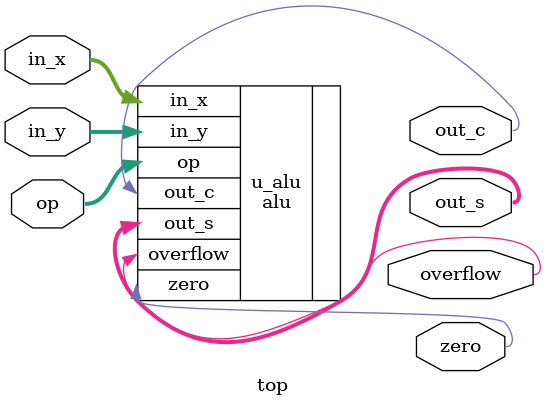
<source format=v>
module top(
        input [2:0] op,
        input [3:0] in_x,
        input [3:0] in_y,
        output reg [3:0] out_s,
        output reg out_c,
        output reg zero,
        output reg overflow
    );

    alu u_alu(
            .op(op),
            .in_x(in_x),
            .in_y(in_y),
            .out_s(out_s),
            .out_c(out_c),
            .zero(zero),
            .overflow(overflow)
        );

endmodule

</source>
